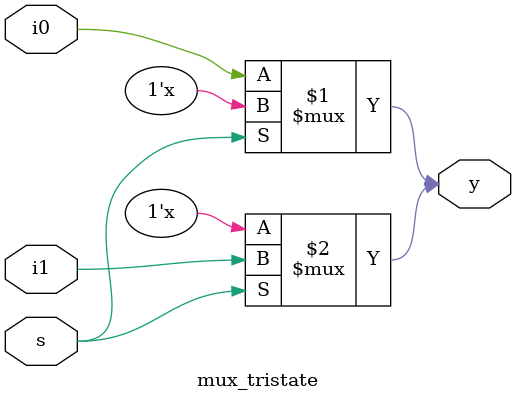
<source format=v>
module mux_tristate(y,i0,i1,s);
  input i0,i1,s;
  output y;
  bufif0 b1(y,i0,s);
  bufif1 b2(y,i1,s);
endmodule
</source>
